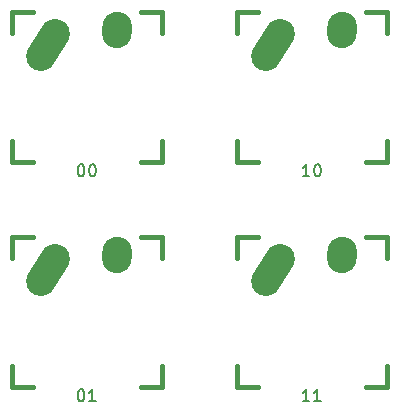
<source format=gto>
%TF.GenerationSoftware,KiCad,Pcbnew,(6.0.2)*%
%TF.CreationDate,2022-04-17T22:42:43-04:00*%
%TF.ProjectId,macropadfr,6d616372-6f70-4616-9466-722e6b696361,rev?*%
%TF.SameCoordinates,Original*%
%TF.FileFunction,Legend,Top*%
%TF.FilePolarity,Positive*%
%FSLAX46Y46*%
G04 Gerber Fmt 4.6, Leading zero omitted, Abs format (unit mm)*
G04 Created by KiCad (PCBNEW (6.0.2)) date 2022-04-17 22:42:43*
%MOMM*%
%LPD*%
G01*
G04 APERTURE LIST*
G04 Aperture macros list*
%AMHorizOval*
0 Thick line with rounded ends*
0 $1 width*
0 $2 $3 position (X,Y) of the first rounded end (center of the circle)*
0 $4 $5 position (X,Y) of the second rounded end (center of the circle)*
0 Add line between two ends*
20,1,$1,$2,$3,$4,$5,0*
0 Add two circle primitives to create the rounded ends*
1,1,$1,$2,$3*
1,1,$1,$4,$5*%
G04 Aperture macros list end*
%ADD10C,0.150000*%
%ADD11C,0.381000*%
%ADD12HorizOval,2.500000X-0.604462X-0.948815X0.604462X0.948815X0*%
%ADD13HorizOval,2.500000X-0.019724X-0.289328X0.019724X0.289328X0*%
G04 APERTURE END LIST*
D10*
X161401190Y-89939880D02*
X161496428Y-89939880D01*
X161591666Y-89987500D01*
X161639285Y-90035119D01*
X161686904Y-90130357D01*
X161734523Y-90320833D01*
X161734523Y-90558928D01*
X161686904Y-90749404D01*
X161639285Y-90844642D01*
X161591666Y-90892261D01*
X161496428Y-90939880D01*
X161401190Y-90939880D01*
X161305952Y-90892261D01*
X161258333Y-90844642D01*
X161210714Y-90749404D01*
X161163095Y-90558928D01*
X161163095Y-90320833D01*
X161210714Y-90130357D01*
X161258333Y-90035119D01*
X161305952Y-89987500D01*
X161401190Y-89939880D01*
X162353571Y-89939880D02*
X162448809Y-89939880D01*
X162544047Y-89987500D01*
X162591666Y-90035119D01*
X162639285Y-90130357D01*
X162686904Y-90320833D01*
X162686904Y-90558928D01*
X162639285Y-90749404D01*
X162591666Y-90844642D01*
X162544047Y-90892261D01*
X162448809Y-90939880D01*
X162353571Y-90939880D01*
X162258333Y-90892261D01*
X162210714Y-90844642D01*
X162163095Y-90749404D01*
X162115476Y-90558928D01*
X162115476Y-90320833D01*
X162163095Y-90130357D01*
X162210714Y-90035119D01*
X162258333Y-89987500D01*
X162353571Y-89939880D01*
X180784523Y-90939880D02*
X180213095Y-90939880D01*
X180498809Y-90939880D02*
X180498809Y-89939880D01*
X180403571Y-90082738D01*
X180308333Y-90177976D01*
X180213095Y-90225595D01*
X181403571Y-89939880D02*
X181498809Y-89939880D01*
X181594047Y-89987500D01*
X181641666Y-90035119D01*
X181689285Y-90130357D01*
X181736904Y-90320833D01*
X181736904Y-90558928D01*
X181689285Y-90749404D01*
X181641666Y-90844642D01*
X181594047Y-90892261D01*
X181498809Y-90939880D01*
X181403571Y-90939880D01*
X181308333Y-90892261D01*
X181260714Y-90844642D01*
X181213095Y-90749404D01*
X181165476Y-90558928D01*
X181165476Y-90320833D01*
X181213095Y-90130357D01*
X181260714Y-90035119D01*
X181308333Y-89987500D01*
X181403571Y-89939880D01*
X180784523Y-109989880D02*
X180213095Y-109989880D01*
X180498809Y-109989880D02*
X180498809Y-108989880D01*
X180403571Y-109132738D01*
X180308333Y-109227976D01*
X180213095Y-109275595D01*
X181736904Y-109989880D02*
X181165476Y-109989880D01*
X181451190Y-109989880D02*
X181451190Y-108989880D01*
X181355952Y-109132738D01*
X181260714Y-109227976D01*
X181165476Y-109275595D01*
X161401190Y-108989880D02*
X161496428Y-108989880D01*
X161591666Y-109037500D01*
X161639285Y-109085119D01*
X161686904Y-109180357D01*
X161734523Y-109370833D01*
X161734523Y-109608928D01*
X161686904Y-109799404D01*
X161639285Y-109894642D01*
X161591666Y-109942261D01*
X161496428Y-109989880D01*
X161401190Y-109989880D01*
X161305952Y-109942261D01*
X161258333Y-109894642D01*
X161210714Y-109799404D01*
X161163095Y-109608928D01*
X161163095Y-109370833D01*
X161210714Y-109180357D01*
X161258333Y-109085119D01*
X161305952Y-109037500D01*
X161401190Y-108989880D01*
X162686904Y-109989880D02*
X162115476Y-109989880D01*
X162401190Y-109989880D02*
X162401190Y-108989880D01*
X162305952Y-109132738D01*
X162210714Y-109227976D01*
X162115476Y-109275595D01*
%TO.C,*%
D11*
%TO.C,K1*%
X168275000Y-87915750D02*
X168275000Y-89693750D01*
X155575000Y-76993750D02*
X157353000Y-76993750D01*
X157353000Y-89693750D02*
X155575000Y-89693750D01*
X168275000Y-76993750D02*
X168275000Y-78771750D01*
X155575000Y-78771750D02*
X155575000Y-76993750D01*
X166497000Y-76993750D02*
X168275000Y-76993750D01*
X155575000Y-89693750D02*
X155575000Y-87915750D01*
X168275000Y-89693750D02*
X166497000Y-89693750D01*
%TO.C,K4*%
X174625000Y-96043750D02*
X176403000Y-96043750D01*
X174625000Y-108743750D02*
X174625000Y-106965750D01*
X187325000Y-96043750D02*
X187325000Y-97821750D01*
X185547000Y-96043750D02*
X187325000Y-96043750D01*
X176403000Y-108743750D02*
X174625000Y-108743750D01*
X174625000Y-97821750D02*
X174625000Y-96043750D01*
X187325000Y-108743750D02*
X185547000Y-108743750D01*
X187325000Y-106965750D02*
X187325000Y-108743750D01*
%TO.C,K3*%
X185547000Y-76993750D02*
X187325000Y-76993750D01*
X187325000Y-89693750D02*
X185547000Y-89693750D01*
X174625000Y-76993750D02*
X176403000Y-76993750D01*
X176403000Y-89693750D02*
X174625000Y-89693750D01*
X174625000Y-89693750D02*
X174625000Y-87915750D01*
X187325000Y-87915750D02*
X187325000Y-89693750D01*
X174625000Y-78771750D02*
X174625000Y-76993750D01*
X187325000Y-76993750D02*
X187325000Y-78771750D01*
%TO.C,K2*%
X166497000Y-96043750D02*
X168275000Y-96043750D01*
X155575000Y-108743750D02*
X155575000Y-106965750D01*
X155575000Y-96043750D02*
X157353000Y-96043750D01*
X168275000Y-108743750D02*
X166497000Y-108743750D01*
X155575000Y-97821750D02*
X155575000Y-96043750D01*
X157353000Y-108743750D02*
X155575000Y-108743750D01*
X168275000Y-106965750D02*
X168275000Y-108743750D01*
X168275000Y-96043750D02*
X168275000Y-97821750D01*
%TD*%
D12*
%TO.C,K1*%
X158670000Y-79823750D03*
D13*
X164445000Y-78553750D03*
%TD*%
D12*
%TO.C,K4*%
X177720000Y-98873750D03*
D13*
X183495000Y-97603750D03*
%TD*%
D12*
%TO.C,K3*%
X177720000Y-79823750D03*
D13*
X183495000Y-78553750D03*
%TD*%
D12*
%TO.C,K2*%
X158670000Y-98873750D03*
D13*
X164445000Y-97603750D03*
%TD*%
M02*

</source>
